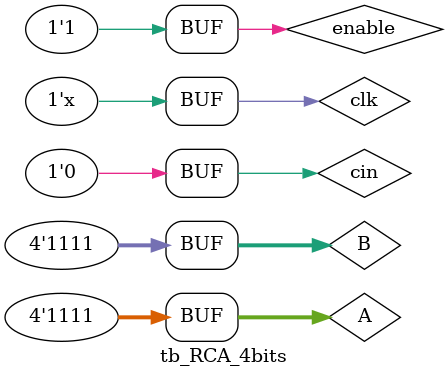
<source format=v>
`timescale 1ns / 1ps
module tb_RCA_4bits;

reg clk;
reg enable;
reg[3:0] A;
reg [3:0]B;
reg cin;
wire[4:0] Q;

RCA_4bits uut(
.clk(clk),
.enable(enable),
.A(A),
.B(B),
.cin(cin),
.Q(Q)
);

initial begin
clk = 0;
enable = 0;
A = 4'b0001;
B = 4'b0101;
cin = 1'b0;
enable = 1;

#10

enable = 0;
A = 4'b0111;
B = 4'b0111;
cin = 1'b0;
enable = 1;

#10


enable = 0;
A = 4'b1000;
B = 4'b0111;
cin = 1'b1;
enable = 1;

#10

enable = 0;
A = 4'b1100;
B = 4'b0100;
cin = 1'b0;
enable = 1;

#10

enable = 0;
A = 4'b1000;
B = 4'b1000;
cin = 1'b1;
enable = 1;

#10

enable = 0;
A = 4'b1001;
B = 4'b1010;
cin = 1'b1;
enable = 1;

#10

enable = 0;
A = 4'b1111;
B = 4'b1111;
cin = 1'b0;
enable = 1;

end 
always 
#5 clk = ~clk;

endmodule
</source>
